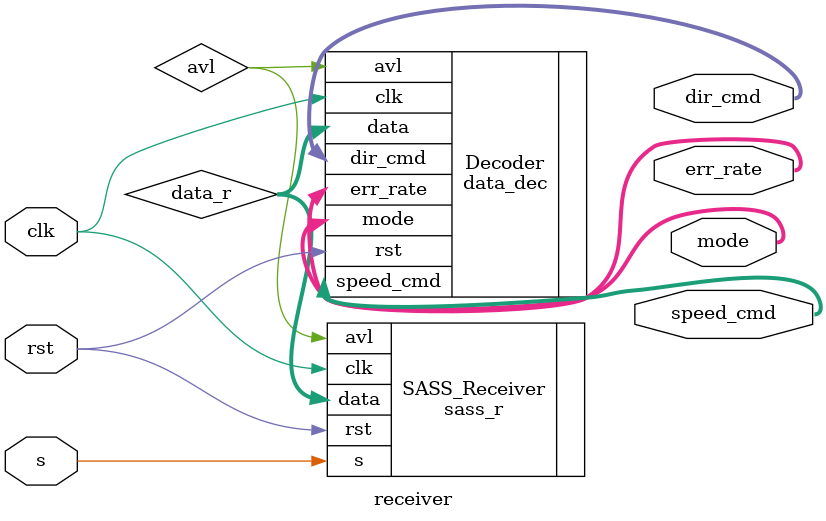
<source format=v>
module receiver #(
        parameter
        clk_f = 50_000_000,             // Clock frequency
        range = 1_000_000,              // Range
        t = 300,                        // Bit duration
        data_l = 14,                    // Length of data to be sent
        cmd_l = 4                      // Command length
)(
    input clk, rst,                     // Clock and Reset
    input s,                            // SASS transmission line
    output [1:0] mode,
    output [cmd_l-1:0] speed_cmd,
    output [cmd_l-1:0] dir_cmd,
    output [3:0] err_rate
);

wire avl ;
wire [data_l-1:0] data_r ;
sass_r #(.data_l(data_l), .clk_f(clk_f), .range(range), .t(t)) SASS_Receiver(.clk(clk), .rst(rst), .s(s), .avl(avl), .data(data_r));

data_dec #(.data_l(data_l), .cmd_l(cmd_l)) Decoder(.clk(clk), .rst(rst),
            .avl(avl), .data(data_r), .mode(mode), .speed_cmd(speed_cmd), .dir_cmd(dir_cmd), .err_rate(err_rate));

endmodule

</source>
